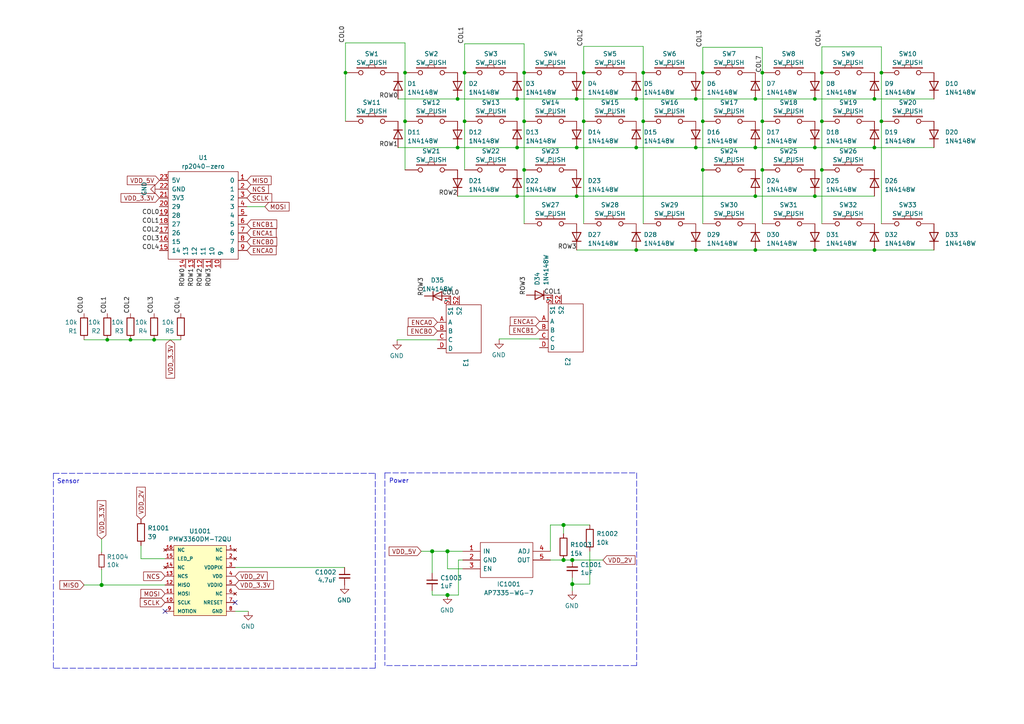
<source format=kicad_sch>
(kicad_sch (version 20230121) (generator eeschema)
  (paper "A4")
  (title_block (company "Keyboard Dweebs"))
  (lib_symbols
    (symbol "AP7331-WG-7:AP7331-WG-7" (pin_names (offset 0.762))
      (property "Reference" "IC" (at 21.59 7.62 0))
      (property "Value" "AP7331-WG-7" (at 21.59 5.08 0))
      (symbol "AP7331-WG-7_0_0"
        (pin passive line (at 0 0 0) (length 5.08) (name "IN") (number "1"))
        (pin passive line (at 0 -2.54 0) (length 5.08) (name "GND") (number "2"))
        (pin passive line (at 0 -5.08 0) (length 5.08) (name "EN") (number "3"))
        (pin passive line (at 25.4 0 180) (length 5.08) (name "ADJ") (number "4"))
        (pin passive line (at 25.4 -2.54 180) (length 5.08) (name "OUT") (number "5"))
      )
      (symbol "AP7331-WG-7_0_1"
        (polyline (pts (xy 5.08 2.54) (xy 20.32 2.54) (xy 20.32 -7.62) (xy 5.08 -7.62) (xy 5.08 2.54)) (stroke (width 0.1524)))
      )
    )
    (symbol "Device:C_Small" (pin_numbers hide) (pin_names (offset 0.254) hide)
      (property "Reference" "C" (at 0.254 1.778 0))
      (property "Value" "C_Small" (at 0.254 -2.032 0))
      (symbol "C_Small_0_1"
        (polyline (pts (xy -1.524 -0.508) (xy 1.524 -0.508)) (stroke (width 0.3302)))
        (polyline (pts (xy -1.524 0.508) (xy 1.524 0.508)) (stroke (width 0.3048)))
      )
      (symbol "C_Small_1_1"
        (pin passive line (at 0 2.54 270) (length 2.032) (name "~") (number "1"))
        (pin passive line (at 0 -2.54 90) (length 2.032) (name "~") (number "2"))
      )
    )
    (symbol "Device:R" (pin_numbers hide) (pin_names (offset 0))
      (property "Reference" "R" (at 2.032 0 90))
      (property "Value" "R" (at 0 0 90))
      (symbol "R_0_1"
        (rectangle (start -1.016 -2.54) (end 1.016 2.54) (stroke (width 0.254)))
      )
      (symbol "R_1_1"
        (pin passive line (at 0 3.81 270) (length 1.27) (name "~") (number "1"))
        (pin passive line (at 0 -3.81 90) (length 1.27) (name "~") (number "2"))
      )
    )
    (symbol "Device:R_Small" (pin_numbers hide) (pin_names (offset 0.254) hide)
      (property "Reference" "R" (at 0.762 0.508 0))
      (property "Value" "R_Small" (at 0.762 -1.016 0))
      (symbol "R_Small_0_1"
        (rectangle (start -0.762 1.778) (end 0.762 -1.778) (stroke (width 0.2032)))
      )
      (symbol "R_Small_1_1"
        (pin passive line (at 0 2.54 270) (length 0.762) (name "~") (number "1"))
        (pin passive line (at 0 -2.54 90) (length 0.762) (name "~") (number "2"))
      )
    )
    (symbol "Diode:1N4148W" (pin_numbers hide) (pin_names hide)
      (property "Reference" "D" (at 0 2.54 0))
      (property "Value" "1N4148W" (at 0 -2.54 0))
      (symbol "1N4148W_0_1"
        (polyline (pts (xy -1.27 1.27) (xy -1.27 -1.27)) (stroke (width 0.254)))
        (polyline (pts (xy 1.27 0) (xy -1.27 0)))
        (polyline (pts (xy 1.27 1.27) (xy 1.27 -1.27) (xy -1.27 0) (xy 1.27 1.27)) (stroke (width 0.254)))
      )
      (symbol "1N4148W_1_1"
        (pin passive line (at -3.81 0 0) (length 2.54) (name "K") (number "1"))
        (pin passive line (at 3.81 0 180) (length 2.54) (name "A") (number "2"))
      )
    )
    (symbol "kbd:SW_PUSH" (pin_numbers hide) (pin_names (offset 1.016) hide)
      (property "Reference" "SW" (at 3.81 2.794 0))
      (property "Value" "SW_PUSH" (at 0 -2.032 0))
      (symbol "SW_PUSH_0_1"
        (rectangle (start -4.318 1.27) (end 4.318 1.524))
        (polyline (pts (xy -1.016 1.524) (xy -0.762 2.286) (xy 0.762 2.286) (xy 1.016 1.524)))
        (pin passive inverted (at -7.62 0 0) (length 5.08) (name "1") (number "1"))
        (pin passive inverted (at 7.62 0 180) (length 5.08) (name "2") (number "2"))
      )
    )
    (symbol "mcu:rp2040-zero" (pin_names (offset 1.016))
      (property "Reference" "U" (at 0 15.24 0))
      (property "Value" "rp2040-zero" (at 0 12.7 0))
      (symbol "rp2040-zero_0_1"
        (rectangle (start -10.16 11.43) (end 10.16 -13.97))
      )
      (symbol "rp2040-zero_1_1"
        (pin bidirectional line (at 12.7 8.89 180) (length 2.54) (name "0") (number "1"))
        (pin bidirectional line (at 5.08 -16.51 90) (length 2.54) (name "9") (number "10"))
        (pin bidirectional line (at 2.54 -16.51 90) (length 2.54) (name "10") (number "11"))
        (pin bidirectional line (at 0 -16.51 90) (length 2.54) (name "11") (number "12"))
        (pin bidirectional line (at -2.54 -16.51 90) (length 2.54) (name "12") (number "13"))
        (pin bidirectional line (at -5.08 -16.51 90) (length 2.54) (name "13") (number "14"))
        (pin bidirectional line (at -12.7 -11.43 0) (length 2.54) (name "14") (number "15"))
        (pin bidirectional line (at -12.7 -8.89 0) (length 2.54) (name "15") (number "16"))
        (pin bidirectional line (at -12.7 -6.35 0) (length 2.54) (name "26") (number "17"))
        (pin bidirectional line (at -12.7 -3.81 0) (length 2.54) (name "27") (number "18"))
        (pin bidirectional line (at -12.7 -1.27 0) (length 2.54) (name "28") (number "19"))
        (pin bidirectional line (at 12.7 6.35 180) (length 2.54) (name "1") (number "2"))
        (pin bidirectional line (at -12.7 1.27 0) (length 2.54) (name "29") (number "20"))
        (pin power_out line (at -12.7 3.81 0) (length 2.54) (name "3V3") (number "21"))
        (pin power_out line (at -12.7 6.35 0) (length 2.54) (name "GND") (number "22"))
        (pin power_out line (at -12.7 8.89 0) (length 2.54) (name "5V") (number "23"))
        (pin bidirectional line (at 12.7 3.81 180) (length 2.54) (name "2") (number "3"))
        (pin bidirectional line (at 12.7 1.27 180) (length 2.54) (name "3") (number "4"))
        (pin bidirectional line (at 12.7 -1.27 180) (length 2.54) (name "4") (number "5"))
        (pin bidirectional line (at 12.7 -3.81 180) (length 2.54) (name "5") (number "6"))
        (pin bidirectional line (at 12.7 -6.35 180) (length 2.54) (name "6") (number "7"))
        (pin bidirectional line (at 12.7 -8.89 180) (length 2.54) (name "7") (number "8"))
        (pin bidirectional line (at 12.7 -11.43 180) (length 2.54) (name "8") (number "9"))
      )
    )
    (symbol "power:GND" (power) (pin_names (offset 0))
      (property "Value" "GND" (at 0 -3.81 0))
      (symbol "GND_0_1"
        (polyline (pts (xy 0 0) (xy 0 -1.27) (xy 1.27 -1.27) (xy 0 -2.54) (xy -1.27 -1.27) (xy 0 -1.27)))
      )
      (symbol "GND_1_1"
        (pin power_in line (at 0 0 270) (length 0) hide (name "GND") (number "1"))
      )
    )
    (symbol "sensor-rescue:PWM3360-pwm3360" (pin_names (offset 1.016))
      (property "Reference" "U4" (at 0 14.351 0))
      (property "Value" "PMW3360DM-T2QU" (at 0 12.0396 0))
      (symbol "PWM3360-pwm3360_0_1"
        (rectangle (start -7.62 10.16) (end 7.62 -10.16) (fill (type background)))
      )
      (symbol "PWM3360-pwm3360_1_1"
        (pin no_connect line (at -10.16 8.89 0) (length 2.54) (name "NC") (number "1"))
        (pin input line (at 10.16 -6.35 180) (length 2.54) (name "SCLK") (number "10"))
        (pin input line (at 10.16 -3.81 180) (length 2.54) (name "MOSI") (number "11"))
        (pin output line (at 10.16 -1.27 180) (length 2.54) (name "MISO") (number "12"))
        (pin input line (at 10.16 1.27 180) (length 2.54) (name "NCS") (number "13"))
        (pin no_connect line (at 10.16 3.81 180) (length 2.54) (name "NC") (number "14"))
        (pin input line (at 10.16 6.35 180) (length 2.54) (name "LED_P") (number "15"))
        (pin no_connect line (at 10.16 8.89 180) (length 2.54) (name "NC") (number "16"))
        (pin no_connect line (at -10.16 6.35 0) (length 2.54) (name "NC") (number "2"))
        (pin power_out line (at -10.16 3.81 0) (length 2.54) (name "VDDPIX") (number "3"))
        (pin power_in line (at -10.16 1.27 0) (length 2.54) (name "VDD") (number "4"))
        (pin power_in line (at -10.16 -1.27 0) (length 2.54) (name "VDDIO") (number "5"))
        (pin no_connect line (at -10.16 -3.81 0) (length 2.54) (name "NC") (number "6"))
        (pin input line (at -10.16 -6.35 0) (length 2.54) (name "NRESET") (number "7"))
        (pin power_in line (at -10.16 -8.89 0) (length 2.54) (name "GND") (number "8"))
        (pin output line (at 10.16 -8.89 180) (length 2.54) (name "MOTION") (number "9"))
      )
    )
    (symbol "switch:EVQWGD001"
      (property "Reference" "E" (at 7.62 0 0))
      (symbol "EVQWGD001_0_1"
        (rectangle (start 0 -1.27) (end 10.16 -15.24))
      )
      (symbol "EVQWGD001_1_1"
        (pin input line (at -2.54 -6.35 0) (length 2.54) (name "A") (number "A"))
        (pin input line (at -2.54 -8.89 0) (length 2.54) (name "B") (number "B"))
        (pin input line (at -2.54 -11.43 0) (length 2.54) (name "C") (number "C"))
        (pin input line (at -2.54 -13.97 0) (length 2.54) (name "D") (number "D"))
        (pin input line (at 1.27 1.27 270) (length 2.54) (name "S1") (number "S1"))
        (pin input line (at 3.81 1.27 270) (length 2.54) (name "S2") (number "S2"))
      )
    )
  )
  (junction (at 201.803 28.702))
  (junction (at 149.987 56.896))
  (junction (at 255.651 21.082))
  (junction (at 221.107 35.179))
  (junction (at 238.379 35.179))
  (junction (at 167.259 56.896))
  (junction (at 253.619 42.799))
  (junction (at 152.019 49.276))
  (junction (at 31.115 98.552))
  (junction (at 219.075 56.896))
  (junction (at 44.704 98.552))
  (junction (at 236.347 28.702))
  (junction (at 253.619 28.702))
  (junction (at 186.563 21.082))
  (junction (at 129.794 172.593) (diameter 1.016))
  (junction (at 238.379 21.082))
  (junction (at 219.075 28.702))
  (junction (at 184.531 72.517))
  (junction (at 201.803 72.517))
  (junction (at 219.075 72.517))
  (junction (at 236.347 42.799))
  (junction (at 219.075 42.799))
  (junction (at 221.107 49.276))
  (junction (at 163.449 162.433) (diameter 1.016))
  (junction (at 132.715 28.702))
  (junction (at 184.531 28.702))
  (junction (at 236.347 56.896))
  (junction (at 134.747 21.082))
  (junction (at 29.464 169.672) (diameter 1.016))
  (junction (at 125.349 159.893) (diameter 1.016))
  (junction (at 253.619 72.517))
  (junction (at 169.291 35.179))
  (junction (at 167.259 42.799))
  (junction (at 255.651 35.179))
  (junction (at 117.475 21.082))
  (junction (at 117.475 35.179))
  (junction (at 201.803 42.799))
  (junction (at 165.989 162.433) (diameter 1.016))
  (junction (at 165.989 169.418) (diameter 1.016))
  (junction (at 152.019 35.179))
  (junction (at 163.449 152.273) (diameter 1.016))
  (junction (at 203.835 49.276))
  (junction (at 236.347 72.517))
  (junction (at 37.846 98.552))
  (junction (at 149.987 42.799))
  (junction (at 184.531 42.799))
  (junction (at 132.715 42.799))
  (junction (at 203.835 21.082))
  (junction (at 152.019 21.082))
  (junction (at 203.835 35.179))
  (junction (at 100.203 21.082))
  (junction (at 221.107 21.082))
  (junction (at 129.794 159.893) (diameter 1.016))
  (junction (at 149.987 28.702))
  (junction (at 238.379 49.276))
  (junction (at 169.291 21.082))
  (junction (at 167.259 28.702))
  (junction (at 134.747 35.179))
  (junction (at 186.563 35.179))
  (no_connect (at 68.199 174.752))
  (no_connect (at 47.879 177.292))
  (wire (pts (xy 238.379 13.589) (xy 255.651 13.589)))
  (wire (pts (xy 167.259 28.702) (xy 184.531 28.702)))
  (wire (pts (xy 71.628 59.944) (xy 76.835 59.944)))
  (wire (pts (xy 221.107 13.716) (xy 221.107 21.082)))
  (wire (pts (xy 203.835 49.276) (xy 203.835 64.897)))
  (wire (pts (xy 221.107 49.276) (xy 221.107 64.897)))
  (wire (pts (xy 167.259 72.517) (xy 184.531 72.517)))
  (wire (pts (xy 152.019 49.276) (xy 152.019 64.897)))
  (wire (pts (xy 134.747 12.7) (xy 152.019 12.7)))
  (wire (pts (xy 125.349 159.893) (xy 125.349 166.243)))
  (wire (pts (xy 134.747 35.179) (xy 134.747 49.276)))
  (wire (pts (xy 238.379 21.082) (xy 238.379 13.589)))
  (wire (pts (xy 201.803 28.702) (xy 219.075 28.702)))
  (wire (pts (xy 132.715 42.799) (xy 149.987 42.799)))
  (wire (pts (xy 203.835 21.082) (xy 203.835 13.716)))
  (wire (pts (xy 253.619 42.799) (xy 270.891 42.799)))
  (wire (pts (xy 152.019 35.179) (xy 152.019 49.276)))
  (wire (pts (xy 203.835 21.082) (xy 203.835 35.179)))
  (wire (pts (xy 156.464 98.298) (xy 144.78 98.298)))
  (wire (pts (xy 221.107 35.179) (xy 221.107 49.276)))
  (wire (pts (xy 255.651 35.179) (xy 255.651 64.897)))
  (wire (pts (xy 24.384 169.672) (xy 29.464 169.672)))
  (wire (pts (xy 236.347 56.896) (xy 253.619 56.896)))
  (wire (pts (xy 68.199 164.592) (xy 99.949 164.592)))
  (wire (pts (xy 186.563 35.179) (xy 186.563 64.897)))
  (wire (pts (xy 117.475 35.179) (xy 117.475 49.276)))
  (wire (pts (xy 159.639 152.273) (xy 159.639 159.893)))
  (wire (pts (xy 115.189 98.552) (xy 115.189 98.806)))
  (wire (pts (xy 255.651 21.082) (xy 255.651 35.179)))
  (wire (pts (xy 125.349 172.593) (xy 125.349 171.323)))
  (wire (pts (xy 129.794 172.593) (xy 125.349 172.593)))
  (wire (pts (xy 132.969 162.433) (xy 132.969 172.593)))
  (wire (pts (xy 132.969 172.593) (xy 129.794 172.593)))
  (wire (pts (xy 134.239 162.433) (xy 132.969 162.433)))
  (wire (pts (xy 100.203 21.082) (xy 100.203 12.446)))
  (wire (pts (xy 100.203 21.082) (xy 100.203 35.179)))
  (wire (pts (xy 165.989 162.433) (xy 174.879 162.433)))
  (wire (pts (xy 149.987 42.799) (xy 167.259 42.799)))
  (wire (pts (xy 134.747 21.082) (xy 134.747 35.179)))
  (wire (pts (xy 132.715 56.896) (xy 149.987 56.896)))
  (wire (pts (xy 238.379 35.179) (xy 238.379 49.276)))
  (wire (pts (xy 167.259 42.799) (xy 184.531 42.799)))
  (wire (pts (xy 132.715 28.702) (xy 149.987 28.702)))
  (wire (pts (xy 152.019 21.082) (xy 152.019 35.179)))
  (wire (pts (xy 169.291 13.462) (xy 186.563 13.462)))
  (wire (pts (xy 255.651 13.589) (xy 255.651 21.082)))
  (wire (pts (xy 167.259 56.896) (xy 219.075 56.896)))
  (wire (pts (xy 144.78 98.298) (xy 144.78 98.552)))
  (wire (pts (xy 169.291 35.179) (xy 169.291 64.897)))
  (wire (pts (xy 184.531 42.799) (xy 201.803 42.799)))
  (wire (pts (xy 134.747 21.082) (xy 134.747 12.7)))
  (wire (pts (xy 31.115 98.552) (xy 37.846 98.552)))
  (wire (pts (xy 186.563 21.082) (xy 186.563 35.179)))
  (wire (pts (xy 29.464 165.227) (xy 29.464 169.672)))
  (wire (pts (xy 29.464 169.672) (xy 47.879 169.672)))
  (wire (pts (xy 117.475 12.446) (xy 117.475 21.082)))
  (wire (pts (xy 169.291 21.082) (xy 169.291 35.179)))
  (wire (pts (xy 163.449 152.273) (xy 163.449 154.813)))
  (wire (pts (xy 152.019 12.7) (xy 152.019 21.082)))
  (wire (pts (xy 184.531 72.517) (xy 201.803 72.517)))
  (wire (pts (xy 184.531 28.702) (xy 201.803 28.702)))
  (polyline (pts (xy 108.839 137.287) (xy 108.839 193.802)) (stroke (width 0) (type dash)))
  (polyline (pts (xy 15.494 137.287) (xy 108.839 137.287)) (stroke (width 0) (type dash)))
  (wire (pts (xy 203.835 35.179) (xy 203.835 49.276)))
  (wire (pts (xy 171.069 159.893) (xy 171.069 169.418)))
  (wire (pts (xy 171.069 169.418) (xy 165.989 169.418)))
  (wire (pts (xy 219.075 72.517) (xy 236.347 72.517)))
  (wire (pts (xy 117.475 21.082) (xy 117.475 35.179)))
  (wire (pts (xy 219.075 42.799) (xy 236.347 42.799)))
  (wire (pts (xy 100.203 12.446) (xy 117.475 12.446)))
  (wire (pts (xy 203.835 13.716) (xy 221.107 13.716)))
  (wire (pts (xy 37.846 98.552) (xy 44.704 98.552)))
  (wire (pts (xy 126.873 98.552) (xy 115.189 98.552)))
  (wire (pts (xy 149.987 56.896) (xy 167.259 56.896)))
  (polyline (pts (xy 111.633 137.16) (xy 111.633 193.04)) (stroke (width 0) (type dash)))
  (polyline (pts (xy 111.633 137.16) (xy 184.658 137.16)) (stroke (width 0) (type dash)))
  (polyline (pts (xy 184.658 137.16) (xy 184.658 193.04)) (stroke (width 0) (type dash)))
  (polyline (pts (xy 184.658 193.04) (xy 111.633 193.04)) (stroke (width 0) (type dash)))
  (wire (pts (xy 29.464 156.337) (xy 29.464 160.147)))
  (wire (pts (xy 169.291 21.082) (xy 169.291 13.462)))
  (wire (pts (xy 129.794 164.973) (xy 129.794 159.893)))
  (wire (pts (xy 134.239 164.973) (xy 129.794 164.973)))
  (wire (pts (xy 253.619 72.517) (xy 270.891 72.517)))
  (wire (pts (xy 68.199 177.292) (xy 72.009 177.292)))
  (wire (pts (xy 219.075 28.702) (xy 236.347 28.702)))
  (wire (pts (xy 159.639 152.273) (xy 163.449 152.273)))
  (wire (pts (xy 115.443 42.799) (xy 132.715 42.799)))
  (wire (pts (xy 159.639 162.433) (xy 163.449 162.433)))
  (wire (pts (xy 163.449 162.433) (xy 165.989 162.433)))
  (wire (pts (xy 221.107 21.082) (xy 221.107 35.179)))
  (wire (pts (xy 253.619 28.702) (xy 270.891 28.702)))
  (wire (pts (xy 236.347 28.702) (xy 253.619 28.702)))
  (wire (pts (xy 201.803 42.799) (xy 219.075 42.799)))
  (wire (pts (xy 149.987 28.702) (xy 167.259 28.702)))
  (wire (pts (xy 186.563 13.462) (xy 186.563 21.082)))
  (wire (pts (xy 238.379 21.082) (xy 238.379 35.179)))
  (wire (pts (xy 201.803 72.517) (xy 219.075 72.517)))
  (polyline (pts (xy 108.839 193.802) (xy 15.494 193.802)) (stroke (width 0) (type dash)))
  (wire (pts (xy 163.449 152.273) (xy 171.069 152.273)))
  (wire (pts (xy 236.347 72.517) (xy 253.619 72.517)))
  (wire (pts (xy 40.894 162.052) (xy 40.894 158.242)))
  (wire (pts (xy 47.879 162.052) (xy 40.894 162.052)))
  (wire (pts (xy 219.075 56.896) (xy 236.347 56.896)))
  (polyline (pts (xy 15.494 137.287) (xy 15.494 193.802)) (stroke (width 0) (type dash)))
  (wire (pts (xy 236.347 42.799) (xy 253.619 42.799)))
  (wire (pts (xy 44.704 98.552) (xy 52.451 98.552)))
  (wire (pts (xy 115.443 28.702) (xy 132.715 28.702)))
  (wire (pts (xy 24.384 98.552) (xy 31.115 98.552)))
  (wire (pts (xy 122.174 159.893) (xy 125.349 159.893)))
  (wire (pts (xy 125.349 159.893) (xy 129.794 159.893)))
  (wire (pts (xy 129.794 159.893) (xy 134.239 159.893)))
  (wire (pts (xy 165.989 167.513) (xy 165.989 169.418)))
  (wire (pts (xy 165.989 169.418) (xy 165.989 171.323)))
  (wire (pts (xy 238.379 49.276) (xy 238.379 64.897)))
  (text "Power" (at 118.618 140.335 0) (effects (font (size 1.27 1.27)) (justify right bottom)))
  (text "Sensor" (at 23.114 140.462 0) (effects (font (size 1.27 1.27)) (justify right bottom)))
  (label "COL2" (at 169.291 13.462 90))
  (label "ROW1" (at 56.388 77.724 270))
  (label "COL2" (at 37.846 90.932 90))
  (label "ROW2" (at 132.715 56.896 180))
  (label "COL3" (at 46.228 70.104 180))
  (label "COL1" (at 134.747 12.7 90))
  (label "ROW3" (at 123.063 85.852 90))
  (label "COL2" (at 46.228 67.564 180))
  (label "ROW1" (at 115.443 42.799 180))
  (label "ROW0" (at 115.443 28.702 180))
  (label "ROW3" (at 152.654 85.598 90))
  (label "ROW3" (at 167.259 72.517 180))
  (label "COL7" (at 221.107 21.082 90))
  (label "COL0" (at 133.223 85.852 180))
  (label "ROW2" (at 58.928 77.724 270))
  (label "COL1" (at 162.814 85.598 180))
  (label "COL0" (at 46.228 62.484 180))
  (label "COL4" (at 52.451 90.932 90))
  (label "COL0" (at 24.384 90.932 90))
  (label "ROW0" (at 53.848 77.724 270))
  (label "ROW3" (at 61.468 77.724 270))
  (label "COL4" (at 238.379 13.589 90))
  (label "COL3" (at 203.835 13.716 90))
  (label "COL1" (at 31.115 90.932 90))
  (label "COL0" (at 100.203 12.446 90))
  (label "COL4" (at 46.228 72.644 180))
  (label "COL3" (at 44.704 90.932 90))
  (label "COL1" (at 46.228 65.024 180))
  (global_label "VDD_3.3V" (shape input) (at 46.228 57.404 180) (property "Intersheetrefs" "${INTERSHEET_REFS}" (effects hide)))
  (global_label "ENCA1" (shape input) (at 156.464 93.218 180) (property "Intersheetrefs" "${INTERSHEET_REFS}" (effects hide)))
  (global_label "VDD_3.3V" (shape input) (at 29.464 156.337 90) (property "Intersheetrefs" "${INTERSHEET_REFS}" (effects hide)))
  (global_label "SCLK" (shape input) (at 47.879 174.752 180) (property "Intersheetrefs" "${INTERSHEET_REFS}" (effects hide)))
  (global_label "NCS" (shape input) (at 47.879 167.132 180) (property "Intersheetrefs" "${INTERSHEET_REFS}" (effects hide)))
  (global_label "ENCB1" (shape input) (at 156.464 95.758 180) (property "Intersheetrefs" "${INTERSHEET_REFS}" (effects hide)))
  (global_label "VDD_2V" (shape input) (at 174.879 162.433 0) (property "Intersheetrefs" "${INTERSHEET_REFS}" (effects hide)))
  (global_label "ENCA0" (shape input) (at 126.873 93.472 180) (property "Intersheetrefs" "${INTERSHEET_REFS}" (effects hide)))
  (global_label "VDD_3.3V" (shape input) (at 68.199 169.672 0) (property "Intersheetrefs" "${INTERSHEET_REFS}" (effects hide)))
  (global_label "ENCB0" (shape input) (at 126.873 96.012 180) (property "Intersheetrefs" "${INTERSHEET_REFS}" (effects hide)))
  (global_label "NCS" (shape input) (at 71.628 54.864 0) (property "Intersheetrefs" "${INTERSHEET_REFS}" (effects hide)))
  (global_label "ENCB1" (shape input) (at 71.628 65.024 0) (property "Intersheetrefs" "${INTERSHEET_REFS}" (effects hide)))
  (global_label "VDD_2V" (shape input) (at 68.199 167.132 0) (property "Intersheetrefs" "${INTERSHEET_REFS}" (effects hide)))
  (global_label "VDD_2V" (shape input) (at 40.894 150.622 90) (property "Intersheetrefs" "${INTERSHEET_REFS}" (effects hide)))
  (global_label "ENCA0" (shape input) (at 71.628 72.644 0) (property "Intersheetrefs" "${INTERSHEET_REFS}" (effects hide)))
  (global_label "MISO" (shape input) (at 24.384 169.672 180) (property "Intersheetrefs" "${INTERSHEET_REFS}" (effects hide)))
  (global_label "MOSI" (shape input) (at 47.879 172.212 180) (property "Intersheetrefs" "${INTERSHEET_REFS}" (effects hide)))
  (global_label "VDD_5V" (shape input) (at 122.174 159.893 180) (property "Intersheetrefs" "${INTERSHEET_REFS}" (effects hide)))
  (global_label "ENCB0" (shape input) (at 71.628 70.104 0) (property "Intersheetrefs" "${INTERSHEET_REFS}" (effects hide)))
  (global_label "MISO" (shape input) (at 71.628 52.324 0) (property "Intersheetrefs" "${INTERSHEET_REFS}" (effects hide)))
  (global_label "SCLK" (shape input) (at 71.628 57.404 0) (property "Intersheetrefs" "${INTERSHEET_REFS}" (effects hide)))
  (global_label "VDD_3.3V" (shape input) (at 49.403 98.552 270) (property "Intersheetrefs" "${INTERSHEET_REFS}" (effects hide)))
  (global_label "VDD_5V" (shape input) (at 46.228 52.324 180) (property "Intersheetrefs" "${INTERSHEET_REFS}" (effects hide)))
  (global_label "ENCA1" (shape input) (at 71.628 67.564 0) (property "Intersheetrefs" "${INTERSHEET_REFS}" (effects hide)))
  (global_label "MOSI" (shape input) (at 76.835 59.944 0) (property "Intersheetrefs" "${INTERSHEET_REFS}" (effects hide)))
  (symbol (lib_id "sensor-rescue:PWM3360-pwm3360") (at 58.039 168.402 0) (mirror y) (unit 1)
    (property "Reference" "U1001" (at 58.039 154.051 0))
    (property "Value" "PMW3360DM-T2QU" (at 58.039 156.3624 0))
    (property "Footprint" "local:DIP-16_W10.16mm" (effects hide))
  )
  (symbol (lib_id "Device:C_Small") (at 99.949 167.132 0) (mirror y) (unit 1)
    (property "Reference" "C1002" (at 97.6122 165.9636 0) (effects (justify left)))
    (property "Value" "4.7uF" (at 97.6122 168.275 0) (effects (justify left)))
    (property "Footprint" "local:C_0603_1608Metric" (effects hide))
    (property "LCSC" "C19666" (effects hide))
  )
  (symbol (lib_id "power:GND") (at 99.949 169.672 0) (mirror y) (unit 1)
    (property "Reference" "#PWR01001" (effects hide))
    (property "Value" "GND" (at 99.822 174.0662 0))
  )
  (symbol (lib_id "power:GND") (at 72.009 177.292 0) (mirror y) (unit 1)
    (property "Reference" "#PWR01004" (effects hide))
    (property "Value" "GND" (at 71.882 181.6862 0))
  )
  (symbol (lib_id "kbd:SW_PUSH") (at 142.367 35.179 0) (unit 1)
    (property "Reference" "SW13" (at 142.367 29.718 0))
    (property "Value" "SW_PUSH" (at 142.367 32.258 0))
    (property "Footprint" "PCM_Switch_Keyboard_Hotswap_Kailh:SW_Hotswap_Kailh_MX_1.00u" (effects hide))
  )
  (symbol (lib_id "Diode:1N4148W") (at 115.443 38.989 270) (unit 1)
    (property "Reference" "D11" (at 118.11 38.354 90) (effects (justify left)))
    (property "Value" "1N4148W" (at 118.11 40.894 90) (effects (justify left)))
    (property "Footprint" "Diode_SMD:D_SOD-123" (effects hide))
    (property "Datasheet" "https://www.vishay.com/docs/85748/1n4148w.pdf" (effects hide))
    (property "Sim.Device" "D" (effects hide))
    (property "Sim.Pins" "1=K 2=A" (effects hide))
  )
  (symbol (lib_id "Diode:1N4148W") (at 219.075 38.989 270) (unit 1)
    (property "Reference" "D17" (at 222.25 38.354 90) (effects (justify left)))
    (property "Value" "1N4148W" (at 222.25 40.894 90) (effects (justify left)))
    (property "Footprint" "Diode_SMD:D_SOD-123" (effects hide))
    (property "Datasheet" "https://www.vishay.com/docs/85748/1n4148w.pdf" (effects hide))
    (property "Sim.Device" "D" (effects hide))
    (property "Sim.Pins" "1=K 2=A" (effects hide))
  )
  (symbol (lib_id "power:GND") (at 115.189 98.806 0) (mirror y) (unit 1)
    (property "Reference" "#PWR02" (effects hide))
    (property "Value" "GND" (at 115.062 103.2002 0))
  )
  (symbol (lib_id "Diode:1N4148W") (at 236.347 24.892 90) (unit 1)
    (property "Reference" "D8" (at 239.522 24.257 90) (effects (justify right)))
    (property "Value" "1N4148W" (at 239.522 26.797 90) (effects (justify right)))
    (property "Footprint" "Diode_SMD:D_SOD-123" (effects hide))
    (property "Datasheet" "https://www.vishay.com/docs/85748/1n4148w.pdf" (effects hide))
    (property "Sim.Device" "D" (effects hide))
    (property "Sim.Pins" "1=K 2=A" (effects hide))
  )
  (symbol (lib_id "Diode:1N4148W") (at 219.075 53.086 270) (unit 1)
    (property "Reference" "D24" (at 222.25 52.451 90) (effects (justify left)))
    (property "Value" "1N4148W" (at 222.25 54.991 90) (effects (justify left)))
    (property "Footprint" "Diode_SMD:D_SOD-123" (effects hide))
    (property "Datasheet" "https://www.vishay.com/docs/85748/1n4148w.pdf" (effects hide))
    (property "Sim.Device" "D" (effects hide))
    (property "Sim.Pins" "1=K 2=A" (effects hide))
  )
  (symbol (lib_id "kbd:SW_PUSH") (at 176.911 35.179 0) (unit 1)
    (property "Reference" "SW15" (at 176.911 29.718 0))
    (property "Value" "SW_PUSH" (at 176.911 32.258 0))
    (property "Footprint" "PCM_Switch_Keyboard_Hotswap_Kailh:SW_Hotswap_Kailh_MX_1.00u" (effects hide))
  )
  (symbol (lib_id "kbd:SW_PUSH") (at 176.911 21.082 0) (unit 1)
    (property "Reference" "SW5" (at 176.911 15.621 0))
    (property "Value" "SW_PUSH" (at 176.911 18.161 0))
    (property "Footprint" "PCM_Switch_Keyboard_Hotswap_Kailh:SW_Hotswap_Kailh_MX_1.00u" (effects hide))
  )
  (symbol (lib_id "Diode:1N4148W") (at 167.259 68.707 90) (unit 1)
    (property "Reference" "D27" (at 170.434 68.072 90) (effects (justify right)))
    (property "Value" "1N4148W" (at 170.434 70.612 90) (effects (justify right)))
    (property "Footprint" "Diode_SMD:D_SOD-123" (effects hide))
    (property "Datasheet" "https://www.vishay.com/docs/85748/1n4148w.pdf" (effects hide))
    (property "Sim.Device" "D" (effects hide))
    (property "Sim.Pins" "1=K 2=A" (effects hide))
  )
  (symbol (lib_id "kbd:SW_PUSH") (at 211.455 21.082 0) (unit 1)
    (property "Reference" "SW7" (at 211.455 15.621 0))
    (property "Value" "SW_PUSH" (at 211.455 18.161 0))
    (property "Footprint" "PCM_Switch_Keyboard_Hotswap_Kailh:SW_Hotswap_Kailh_MX_1.00u" (effects hide))
  )
  (symbol (lib_id "Diode:1N4148W") (at 184.531 38.989 270) (unit 1)
    (property "Reference" "D15" (at 186.69 38.354 90) (effects (justify left)))
    (property "Value" "1N4148W" (at 186.69 40.894 90) (effects (justify left)))
    (property "Footprint" "Diode_SMD:D_SOD-123" (effects hide))
    (property "Datasheet" "https://www.vishay.com/docs/85748/1n4148w.pdf" (effects hide))
    (property "Sim.Device" "D" (effects hide))
    (property "Sim.Pins" "1=K 2=A" (effects hide))
  )
  (symbol (lib_id "kbd:SW_PUSH") (at 245.999 64.897 0) (unit 1)
    (property "Reference" "SW32" (at 245.999 59.436 0))
    (property "Value" "SW_PUSH" (at 245.999 61.976 0))
    (property "Footprint" "PCM_Switch_Keyboard_Hotswap_Kailh:SW_Hotswap_Kailh_MX_1.00u" (effects hide))
  )
  (symbol (lib_id "Diode:1N4148W") (at 253.619 53.086 270) (unit 1)
    (property "Reference" "D26" (at 256.54 52.451 90) (effects (justify left)))
    (property "Value" "1N4148W" (at 256.54 54.991 90) (effects (justify left)))
    (property "Footprint" "Diode_SMD:D_SOD-123" (effects hide))
    (property "Datasheet" "https://www.vishay.com/docs/85748/1n4148w.pdf" (effects hide))
    (property "Sim.Device" "D" (effects hide))
    (property "Sim.Pins" "1=K 2=A" (effects hide))
  )
  (symbol (lib_id "kbd:SW_PUSH") (at 176.911 64.897 0) (unit 1)
    (property "Reference" "SW28" (at 176.911 59.436 0))
    (property "Value" "SW_PUSH" (at 176.911 61.976 0))
    (property "Footprint" "PCM_Switch_Keyboard_Hotswap_Kailh:SW_Hotswap_Kailh_MX_1.00u" (effects hide))
  )
  (symbol (lib_id "Diode:1N4148W") (at 132.715 24.892 90) (unit 1)
    (property "Reference" "D2" (at 135.89 24.257 90) (effects (justify right)))
    (property "Value" "1N4148W" (at 135.89 26.797 90) (effects (justify right)))
    (property "Footprint" "Diode_SMD:D_SOD-123" (effects hide))
    (property "Datasheet" "https://www.vishay.com/docs/85748/1n4148w.pdf" (effects hide))
    (property "Sim.Device" "D" (effects hide))
    (property "Sim.Pins" "1=K 2=A" (effects hide))
  )
  (symbol (lib_id "Device:C_Small") (at 165.989 164.973 0) (unit 1)
    (property "Reference" "C1001" (at 168.3258 163.8046 0) (effects (justify left)))
    (property "Value" "1uF" (at 168.326 166.116 0) (effects (justify left)))
    (property "Footprint" "local:C_0603_1608Metric" (effects hide))
    (property "LCSC" "C15849" (effects hide))
  )
  (symbol (lib_id "Diode:1N4148W") (at 219.075 68.707 270) (unit 1)
    (property "Reference" "D30" (at 222.25 68.072 90) (effects (justify left)))
    (property "Value" "1N4148W" (at 222.25 70.612 90) (effects (justify left)))
    (property "Footprint" "Diode_SMD:D_SOD-123" (effects hide))
    (property "Datasheet" "https://www.vishay.com/docs/85748/1n4148w.pdf" (effects hide))
    (property "Sim.Device" "D" (effects hide))
    (property "Sim.Pins" "1=K 2=A" (effects hide))
  )
  (symbol (lib_id "kbd:SW_PUSH") (at 142.367 21.082 0) (unit 1)
    (property "Reference" "SW3" (at 142.367 15.621 0))
    (property "Value" "SW_PUSH" (at 142.367 18.161 0))
    (property "Footprint" "PCM_Switch_Keyboard_Hotswap_Kailh:SW_Hotswap_Kailh_MX_1.00u" (effects hide))
  )
  (symbol (lib_id "power:GND") (at 165.989 171.323 0) (mirror y) (unit 1)
    (property "Reference" "#PWR01002" (effects hide))
    (property "Value" "GND" (at 165.862 175.7172 0))
  )
  (symbol (lib_id "Diode:1N4148W") (at 236.347 68.707 90) (unit 1)
    (property "Reference" "D31" (at 239.522 68.072 90) (effects (justify right)))
    (property "Value" "1N4148W" (at 239.522 70.612 90) (effects (justify right)))
    (property "Footprint" "Diode_SMD:D_SOD-123" (effects hide))
    (property "Datasheet" "https://www.vishay.com/docs/85748/1n4148w.pdf" (effects hide))
    (property "Sim.Device" "D" (effects hide))
    (property "Sim.Pins" "1=K 2=A" (effects hide))
  )
  (symbol (lib_id "Diode:1N4148W") (at 149.987 53.086 270) (unit 1)
    (property "Reference" "D22" (at 152.4 52.451 90) (effects (justify left)))
    (property "Value" "1N4148W" (at 152.4 54.991 90) (effects (justify left)))
    (property "Footprint" "Diode_SMD:D_SOD-123" (effects hide))
    (property "Datasheet" "https://www.vishay.com/docs/85748/1n4148w.pdf" (effects hide))
    (property "Sim.Device" "D" (effects hide))
    (property "Sim.Pins" "1=K 2=A" (effects hide))
  )
  (symbol (lib_id "kbd:SW_PUSH") (at 194.183 21.082 0) (unit 1)
    (property "Reference" "SW6" (at 194.183 15.621 0))
    (property "Value" "SW_PUSH" (at 194.183 18.161 0))
    (property "Footprint" "PCM_Switch_Keyboard_Hotswap_Kailh:SW_Hotswap_Kailh_MX_1.00u" (effects hide))
  )
  (symbol (lib_id "Device:C_Small") (at 125.349 168.783 0) (unit 1)
    (property "Reference" "C1003" (at 127.6858 167.6146 0) (effects (justify left)))
    (property "Value" "1uF" (at 127.6858 169.926 0) (effects (justify left)))
    (property "Footprint" "local:C_0603_1608Metric" (effects hide))
    (property "LCSC" "C15849" (effects hide))
  )
  (symbol (lib_id "kbd:SW_PUSH") (at 159.639 49.276 0) (unit 1)
    (property "Reference" "SW23" (at 159.639 43.815 0))
    (property "Value" "SW_PUSH" (at 159.639 46.355 0))
    (property "Footprint" "PCM_Switch_Keyboard_Hotswap_Kailh:SW_Hotswap_Kailh_MX_1.00u" (effects hide))
  )
  (symbol (lib_id "Diode:1N4148W") (at 253.619 38.989 270) (unit 1)
    (property "Reference" "D19" (at 256.54 38.354 90) (effects (justify left)))
    (property "Value" "1N4148W" (at 256.54 40.894 90) (effects (justify left)))
    (property "Footprint" "Diode_SMD:D_SOD-123" (effects hide))
    (property "Datasheet" "https://www.vishay.com/docs/85748/1n4148w.pdf" (effects hide))
    (property "Sim.Device" "D" (effects hide))
    (property "Sim.Pins" "1=K 2=A" (effects hide))
  )
  (symbol (lib_id "kbd:SW_PUSH") (at 159.639 35.179 0) (unit 1)
    (property "Reference" "SW14" (at 159.639 29.718 0))
    (property "Value" "SW_PUSH" (at 159.639 32.258 0))
    (property "Footprint" "PCM_Switch_Keyboard_Hotswap_Kailh:SW_Hotswap_Kailh_MX_1.00u" (effects hide))
  )
  (symbol (lib_id "kbd:SW_PUSH") (at 263.271 21.082 0) (unit 1)
    (property "Reference" "SW10" (at 263.271 15.621 0))
    (property "Value" "SW_PUSH" (at 263.271 18.161 0))
    (property "Footprint" "PCM_Switch_Keyboard_Hotswap_Kailh:SW_Hotswap_Kailh_MX_1.00u" (effects hide))
  )
  (symbol (lib_id "kbd:SW_PUSH") (at 228.727 21.082 0) (unit 1)
    (property "Reference" "SW8" (at 228.727 15.621 0))
    (property "Value" "SW_PUSH" (at 228.727 18.161 0))
    (property "Footprint" "PCM_Switch_Keyboard_Hotswap_Kailh:SW_Hotswap_Kailh_MX_1.00u" (effects hide))
  )
  (symbol (lib_id "Diode:1N4148W") (at 253.619 68.707 270) (unit 1)
    (property "Reference" "D32" (at 256.54 68.072 90) (effects (justify left)))
    (property "Value" "1N4148W" (at 256.54 70.612 90) (effects (justify left)))
    (property "Footprint" "Diode_SMD:D_SOD-123" (effects hide))
    (property "Datasheet" "https://www.vishay.com/docs/85748/1n4148w.pdf" (effects hide))
    (property "Sim.Device" "D" (effects hide))
    (property "Sim.Pins" "1=K 2=A" (effects hide))
  )
  (symbol (lib_id "Diode:1N4148W") (at 149.987 24.892 270) (unit 1)
    (property "Reference" "D3" (at 152.4 24.257 90) (effects (justify left)))
    (property "Value" "1N4148W" (at 152.4 26.797 90) (effects (justify left)))
    (property "Footprint" "Diode_SMD:D_SOD-123" (effects hide))
    (property "Datasheet" "https://www.vishay.com/docs/85748/1n4148w.pdf" (effects hide))
    (property "Sim.Device" "D" (effects hide))
    (property "Sim.Pins" "1=K 2=A" (effects hide))
  )
  (symbol (lib_id "Diode:1N4148W") (at 236.347 53.086 90) (unit 1)
    (property "Reference" "D25" (at 239.522 52.451 90) (effects (justify right)))
    (property "Value" "1N4148W" (at 239.522 54.991 90) (effects (justify right)))
    (property "Footprint" "Diode_SMD:D_SOD-123" (effects hide))
    (property "Datasheet" "https://www.vishay.com/docs/85748/1n4148w.pdf" (effects hide))
    (property "Sim.Device" "D" (effects hide))
    (property "Sim.Pins" "1=K 2=A" (effects hide))
  )
  (symbol (lib_id "Diode:1N4148W") (at 184.531 68.707 270) (unit 1)
    (property "Reference" "D28" (at 186.69 68.072 90) (effects (justify left)))
    (property "Value" "1N4148W" (at 186.69 70.612 90) (effects (justify left)))
    (property "Footprint" "Diode_SMD:D_SOD-123" (effects hide))
    (property "Datasheet" "https://www.vishay.com/docs/85748/1n4148w.pdf" (effects hide))
    (property "Sim.Device" "D" (effects hide))
    (property "Sim.Pins" "1=K 2=A" (effects hide))
  )
  (symbol (lib_id "Device:R") (at 24.384 94.742 180) (unit 1)
    (property "Reference" "R1" (at 22.479 96.012 0) (effects (justify left)))
    (property "Value" "10k" (at 22.479 93.472 0) (effects (justify left)))
    (property "Footprint" "local:R_0603_1608Metric" (effects hide))
    (property "LCSC" "C25804" (effects hide))
  )
  (symbol (lib_id "Diode:1N4148W") (at 132.715 38.989 90) (unit 1)
    (property "Reference" "D12" (at 135.89 38.354 90) (effects (justify right)))
    (property "Value" "1N4148W" (at 135.89 40.894 90) (effects (justify right)))
    (property "Footprint" "Diode_SMD:D_SOD-123" (effects hide))
    (property "Datasheet" "https://www.vishay.com/docs/85748/1n4148w.pdf" (effects hide))
    (property "Sim.Device" "D" (effects hide))
    (property "Sim.Pins" "1=K 2=A" (effects hide))
  )
  (symbol (lib_id "kbd:SW_PUSH") (at 125.095 35.179 0) (unit 1)
    (property "Reference" "SW12" (at 125.095 29.718 0))
    (property "Value" "SW_PUSH" (at 125.095 32.258 0))
    (property "Footprint" "PCM_Switch_Keyboard_Hotswap_Kailh:SW_Hotswap_Kailh_MX_1.00u" (effects hide))
  )
  (symbol (lib_id "Device:R") (at 171.069 156.083 0) (unit 1)
    (property "Reference" "R1002" (at 172.974 154.813 0) (effects (justify left)))
    (property "Value" "10k" (at 172.974 157.353 0) (effects (justify left)))
    (property "Footprint" "local:R_0603_1608Metric" (effects hide))
    (property "LCSC" "C25804" (effects hide))
  )
  (symbol (lib_id "kbd:SW_PUSH") (at 211.455 35.179 0) (unit 1)
    (property "Reference" "SW17" (at 211.455 29.718 0))
    (property "Value" "SW_PUSH" (at 211.455 32.258 0))
    (property "Footprint" "PCM_Switch_Keyboard_Hotswap_Kailh:SW_Hotswap_Kailh_MX_1.00u" (effects hide))
  )
  (symbol (lib_id "Diode:1N4148W") (at 126.873 85.852 0) (unit 1)
    (property "Reference" "D35" (at 126.873 81.28 0))
    (property "Value" "1N4148W" (at 126.873 83.82 0))
    (property "Footprint" "Diode_SMD:D_SOD-123" (effects hide))
    (property "Datasheet" "https://www.vishay.com/docs/85748/1n4148w.pdf" (effects hide))
    (property "Sim.Device" "D" (effects hide))
    (property "Sim.Pins" "1=K 2=A" (effects hide))
  )
  (symbol (lib_id "Diode:1N4148W") (at 270.891 68.707 90) (unit 1)
    (property "Reference" "D33" (at 274.066 68.072 90) (effects (justify right)))
    (property "Value" "1N4148W" (at 274.066 70.612 90) (effects (justify right)))
    (property "Footprint" "Diode_SMD:D_SOD-123" (effects hide))
    (property "Datasheet" "https://www.vishay.com/docs/85748/1n4148w.pdf" (effects hide))
    (property "Sim.Device" "D" (effects hide))
    (property "Sim.Pins" "1=K 2=A" (effects hide))
  )
  (symbol (lib_id "kbd:SW_PUSH") (at 211.455 64.897 0) (unit 1)
    (property "Reference" "SW30" (at 211.455 59.436 0))
    (property "Value" "SW_PUSH" (at 211.455 61.976 0))
    (property "Footprint" "PCM_Switch_Keyboard_Hotswap_Kailh:SW_Hotswap_Kailh_MX_1.00u" (effects hide))
  )
  (symbol (lib_id "power:GND") (at 144.78 98.552 0) (mirror y) (unit 1)
    (property "Reference" "#PWR03" (effects hide))
    (property "Value" "GND" (at 144.653 102.9462 0))
  )
  (symbol (lib_id "kbd:SW_PUSH") (at 263.271 64.897 0) (unit 1)
    (property "Reference" "SW33" (at 263.271 59.436 0))
    (property "Value" "SW_PUSH" (at 263.271 61.976 0))
    (property "Footprint" "PCM_Switch_Keyboard_Hotswap_Kailh:SW_Hotswap_Kailh_MX_1.00u" (effects hide))
  )
  (symbol (lib_id "kbd:SW_PUSH") (at 228.727 49.276 0) (unit 1)
    (property "Reference" "SW25" (at 228.727 43.815 0))
    (property "Value" "SW_PUSH" (at 228.727 46.355 0))
    (property "Footprint" "PCM_Switch_Keyboard_Hotswap_Kailh:SW_Hotswap_Kailh_MX_1.00u" (effects hide))
  )
  (symbol (lib_id "Diode:1N4148W") (at 132.715 53.086 90) (unit 1)
    (property "Reference" "D21" (at 135.89 52.451 90) (effects (justify right)))
    (property "Value" "1N4148W" (at 135.89 54.991 90) (effects (justify right)))
    (property "Footprint" "Diode_SMD:D_SOD-123" (effects hide))
    (property "Datasheet" "https://www.vishay.com/docs/85748/1n4148w.pdf" (effects hide))
    (property "Sim.Device" "D" (effects hide))
    (property "Sim.Pins" "1=K 2=A" (effects hide))
  )
  (symbol (lib_id "Diode:1N4148W") (at 167.259 38.989 90) (unit 1)
    (property "Reference" "D14" (at 170.434 38.354 90) (effects (justify right)))
    (property "Value" "1N4148W" (at 170.434 40.894 90) (effects (justify right)))
    (property "Footprint" "Diode_SMD:D_SOD-123" (effects hide))
    (property "Datasheet" "https://www.vishay.com/docs/85748/1n4148w.pdf" (effects hide))
    (property "Sim.Device" "D" (effects hide))
    (property "Sim.Pins" "1=K 2=A" (effects hide))
  )
  (symbol (lib_id "Device:R") (at 163.449 158.623 0) (unit 1)
    (property "Reference" "R1003" (at 165.354 157.988 0) (effects (justify left)))
    (property "Value" "15k" (at 165.354 160.528 0) (effects (justify left)))
    (property "Footprint" "local:R_0603_1608Metric" (effects hide))
    (property "LCSC" "C22809" (effects hide))
  )
  (symbol (lib_id "kbd:SW_PUSH") (at 159.639 21.082 0) (unit 1)
    (property "Reference" "SW4" (at 159.639 15.621 0))
    (property "Value" "SW_PUSH" (at 159.639 18.161 0))
    (property "Footprint" "PCM_Switch_Keyboard_Hotswap_Kailh:SW_Hotswap_Kailh_MX_1.00u" (effects hide))
  )
  (symbol (lib_id "kbd:SW_PUSH") (at 125.095 21.082 0) (unit 1)
    (property "Reference" "SW2" (at 125.095 15.621 0))
    (property "Value" "SW_PUSH" (at 125.095 18.161 0))
    (property "Footprint" "PCM_Switch_Keyboard_Hotswap_Kailh:SW_Hotswap_Kailh_MX_1.00u" (effects hide))
  )
  (symbol (lib_id "Device:R") (at 44.704 94.742 180) (unit 1)
    (property "Reference" "R4" (at 42.799 96.012 0) (effects (justify left)))
    (property "Value" "10k" (at 42.799 93.472 0) (effects (justify left)))
    (property "Footprint" "local:R_0603_1608Metric" (effects hide))
    (property "LCSC" "C25804" (effects hide))
  )
  (symbol (lib_id "power:GND") (at 46.228 54.864 270) (mirror x) (unit 1)
    (property "Reference" "#PWR01" (effects hide))
    (property "Value" "GND" (at 41.8338 54.737 0))
  )
  (symbol (lib_id "Diode:1N4148W") (at 167.259 24.892 90) (unit 1)
    (property "Reference" "D4" (at 170.434 24.257 90) (effects (justify right)))
    (property "Value" "1N4148W" (at 170.434 26.797 90) (effects (justify right)))
    (property "Footprint" "Diode_SMD:D_SOD-123" (effects hide))
    (property "Datasheet" "https://www.vishay.com/docs/85748/1n4148w.pdf" (effects hide))
    (property "Sim.Device" "D" (effects hide))
    (property "Sim.Pins" "1=K 2=A" (effects hide))
  )
  (symbol (lib_id "Device:R") (at 37.846 94.742 180) (unit 1)
    (property "Reference" "R3" (at 35.941 96.012 0) (effects (justify left)))
    (property "Value" "10k" (at 35.941 93.472 0) (effects (justify left)))
    (property "Footprint" "local:R_0603_1608Metric" (effects hide))
    (property "LCSC" "C25804" (effects hide))
  )
  (symbol (lib_id "kbd:SW_PUSH") (at 211.455 49.276 0) (unit 1)
    (property "Reference" "SW24" (at 211.455 43.815 0))
    (property "Value" "SW_PUSH" (at 211.455 46.355 0))
    (property "Footprint" "PCM_Switch_Keyboard_Hotswap_Kailh:SW_Hotswap_Kailh_MX_1.00u" (effects hide))
  )
  (symbol (lib_id "switch:EVQWGD001") (at 129.413 87.122 0) (unit 1)
    (property "Reference" "E1" (at 135.128 103.886 90) (effects (justify right)))
    (property "Value" "~" (at 129.413 87.122 0))
    (property "Footprint" "switch:EVQWGD001" (effects hide))
  )
  (symbol (lib_id "Diode:1N4148W") (at 115.443 24.892 270) (unit 1)
    (property "Reference" "D1" (at 118.11 24.257 90) (effects (justify left)))
    (property "Value" "1N4148W" (at 118.11 26.797 90) (effects (justify left)))
    (property "Footprint" "Diode_SMD:D_SOD-123" (effects hide))
    (property "Datasheet" "https://www.vishay.com/docs/85748/1n4148w.pdf" (effects hide))
    (property "Sim.Device" "D" (effects hide))
    (property "Sim.Pins" "1=K 2=A" (effects hide))
  )
  (symbol (lib_id "Device:R") (at 40.894 154.432 0) (unit 1)
    (property "Reference" "R1001" (at 42.799 153.162 0) (effects (justify left)))
    (property "Value" "39" (at 42.799 155.702 0) (effects (justify left)))
    (property "Footprint" "local:R_0603_1608Metric" (effects hide))
    (property "LCSC" "C23154" (effects hide))
  )
  (symbol (lib_id "Diode:1N4148W") (at 184.531 24.892 270) (unit 1)
    (property "Reference" "D5" (at 186.69 24.257 90) (effects (justify left)))
    (property "Value" "1N4148W" (at 186.69 26.797 90) (effects (justify left)))
    (property "Footprint" "Diode_SMD:D_SOD-123" (effects hide))
    (property "Datasheet" "https://www.vishay.com/docs/85748/1n4148w.pdf" (effects hide))
    (property "Sim.Device" "D" (effects hide))
    (property "Sim.Pins" "1=K 2=A" (effects hide))
  )
  (symbol (lib_id "kbd:SW_PUSH") (at 142.367 49.276 0) (unit 1)
    (property "Reference" "SW22" (at 142.367 43.815 0))
    (property "Value" "SW_PUSH" (at 142.367 46.355 0))
    (property "Footprint" "PCM_Switch_Keyboard_Hotswap_Kailh:SW_Hotswap_Kailh_MX_1.00u" (effects hide))
  )
  (symbol (lib_id "kbd:SW_PUSH") (at 263.271 35.179 0) (unit 1)
    (property "Reference" "SW20" (at 263.271 29.718 0))
    (property "Value" "SW_PUSH" (at 263.271 32.258 0))
    (property "Footprint" "PCM_Switch_Keyboard_Hotswap_Kailh:SW_Hotswap_Kailh_MX_1.00u" (effects hide))
  )
  (symbol (lib_id "mcu:rp2040-zero") (at 58.928 61.214 0) (unit 1)
    (property "Reference" "U1" (at 58.928 45.72 0))
    (property "Value" "rp2040-zero" (at 58.928 48.26 0))
    (property "Footprint" "mcu:rp2040-zero-tht-nocut-largerpads" (effects hide))
  )
  (symbol (lib_id "Diode:1N4148W") (at 253.619 24.892 270) (unit 1)
    (property "Reference" "D9" (at 256.54 24.257 90) (effects (justify left)))
    (property "Value" "1N4148W" (at 256.54 26.797 90) (effects (justify left)))
    (property "Footprint" "Diode_SMD:D_SOD-123" (effects hide))
    (property "Datasheet" "https://www.vishay.com/docs/85748/1n4148w.pdf" (effects hide))
    (property "Sim.Device" "D" (effects hide))
    (property "Sim.Pins" "1=K 2=A" (effects hide))
  )
  (symbol (lib_id "kbd:SW_PUSH") (at 194.183 35.179 0) (unit 1)
    (property "Reference" "SW16" (at 194.183 29.718 0))
    (property "Value" "SW_PUSH" (at 194.183 32.258 0))
    (property "Footprint" "PCM_Switch_Keyboard_Hotswap_Kailh:SW_Hotswap_Kailh_MX_1.00u" (effects hide))
  )
  (symbol (lib_id "power:GND") (at 129.794 172.593 0) (mirror y) (unit 1)
    (property "Reference" "#PWR01003" (effects hide))
    (property "Value" "GND" (at 129.667 176.9872 0))
  )
  (symbol (lib_id "Device:R") (at 31.115 94.742 180) (unit 1)
    (property "Reference" "R2" (at 29.21 96.012 0) (effects (justify left)))
    (property "Value" "10k" (at 29.21 93.472 0) (effects (justify left)))
    (property "Footprint" "local:R_0603_1608Metric" (effects hide))
    (property "LCSC" "C25804" (effects hide))
  )
  (symbol (lib_id "kbd:SW_PUSH") (at 159.639 64.897 0) (unit 1)
    (property "Reference" "SW27" (at 159.639 59.436 0))
    (property "Value" "SW_PUSH" (at 159.639 61.976 0))
    (property "Footprint" "PCM_Switch_Keyboard_Hotswap_Kailh:SW_Hotswap_Kailh_MX_1.00u" (effects hide))
  )
  (symbol (lib_id "kbd:SW_PUSH") (at 107.823 21.082 0) (unit 1)
    (property "Reference" "SW1" (at 107.823 15.621 0))
    (property "Value" "SW_PUSH" (at 107.823 18.161 0))
    (property "Footprint" "PCM_Switch_Keyboard_Hotswap_Kailh:SW_Hotswap_Kailh_MX_1.00u" (effects hide))
  )
  (symbol (lib_id "Diode:1N4148W") (at 270.891 38.989 90) (unit 1)
    (property "Reference" "D20" (at 274.066 38.354 90) (effects (justify right)))
    (property "Value" "1N4148W" (at 274.066 40.894 90) (effects (justify right)))
    (property "Footprint" "Diode_SMD:D_SOD-123" (effects hide))
    (property "Datasheet" "https://www.vishay.com/docs/85748/1n4148w.pdf" (effects hide))
    (property "Sim.Device" "D" (effects hide))
    (property "Sim.Pins" "1=K 2=A" (effects hide))
  )
  (symbol (lib_id "Diode:1N4148W") (at 156.464 85.598 180) (unit 1)
    (property "Reference" "D34" (at 155.829 82.804 90) (effects (justify right)))
    (property "Value" "1N4148W" (at 158.369 82.804 90) (effects (justify right)))
    (property "Footprint" "Diode_SMD:D_SOD-123" (effects hide))
    (property "Datasheet" "https://www.vishay.com/docs/85748/1n4148w.pdf" (effects hide))
    (property "Sim.Device" "D" (effects hide))
    (property "Sim.Pins" "1=K 2=A" (effects hide))
  )
  (symbol (lib_id "AP7331-WG-7:AP7331-WG-7") (at 134.239 159.893 0) (unit 1)
    (property "Reference" "IC1001" (at 147.574 169.418 0))
    (property "Value" "AP7335-WG-7" (at 147.574 171.958 0))
    (property "Footprint" "Package_TO_SOT_SMD:SOT-23-5_HandSoldering" (effects hide))
    (property "Datasheet" "http://uk.rs-online.com/web/p/products/7513083" (effects hide))
    (property "Description" "LDO Voltage Regulators LDO SOT-25 ADJUSTABLE 300MA" (effects hide))
    (property "Height" "1.45" (effects hide))
    (property "Manufacturer_Name" "Diodes Inc." (effects hide))
    (property "Manufacturer_Part_Number" "AP7331-WG-7" (effects hide))
    (property "Mouser Part Number" "621-AP7331-WG-7" (effects hide))
    (property "Mouser Price/Stock" "https://www.mouser.co.uk/ProductDetail/Diodes-Incorporated/AP7331-WG-7?qs=vIZ3oKQCLxr9PiNSCoXN%2FQ%3D%3D" (effects hide))
    (property "Arrow Part Number" "AP7331-WG-7" (effects hide))
    (property "Arrow Price/Stock" "https://www.arrow.com/en/products/ap7331-wg-7/diodes-incorporated?region=nac" (effects hide))
    (property "LCSC" "C460382" (effects hide))
  )
  (symbol (lib_id "Diode:1N4148W") (at 201.803 68.707 90) (unit 1)
    (property "Reference" "D29" (at 204.978 68.072 90) (effects (justify right)))
    (property "Value" "1N4148W" (at 204.978 70.612 90) (effects (justify right)))
    (property "Footprint" "Diode_SMD:D_SOD-123" (effects hide))
    (property "Datasheet" "https://www.vishay.com/docs/85748/1n4148w.pdf" (effects hide))
    (property "Sim.Device" "D" (effects hide))
    (property "Sim.Pins" "1=K 2=A" (effects hide))
  )
  (symbol (lib_id "kbd:SW_PUSH") (at 245.999 49.276 0) (unit 1)
    (property "Reference" "SW26" (at 245.999 43.815 0))
    (property "Value" "SW_PUSH" (at 245.999 46.355 0))
    (property "Footprint" "PCM_Switch_Keyboard_Hotswap_Kailh:SW_Hotswap_Kailh_MX_1.00u" (effects hide))
  )
  (symbol (lib_id "switch:EVQWGD001") (at 159.004 86.868 0) (unit 1)
    (property "Reference" "E2" (at 164.719 103.632 90) (effects (justify right)))
    (property "Value" "~" (at 159.004 86.868 0))
    (property "Footprint" "switch:EVQWGD001" (effects hide))
  )
  (symbol (lib_id "kbd:SW_PUSH") (at 194.183 64.897 0) (unit 1)
    (property "Reference" "SW29" (at 194.183 59.436 0))
    (property "Value" "SW_PUSH" (at 194.183 61.976 0))
    (property "Footprint" "PCM_Switch_Keyboard_Hotswap_Kailh:SW_Hotswap_Kailh_MX_1.00u" (effects hide))
  )
  (symbol (lib_id "Diode:1N4148W") (at 201.803 24.892 90) (unit 1)
    (property "Reference" "D6" (at 204.978 24.257 90) (effects (justify right)))
    (property "Value" "1N4148W" (at 204.978 26.797 90) (effects (justify right)))
    (property "Footprint" "Diode_SMD:D_SOD-123" (effects hide))
    (property "Datasheet" "https://www.vishay.com/docs/85748/1n4148w.pdf" (effects hide))
    (property "Sim.Device" "D" (effects hide))
    (property "Sim.Pins" "1=K 2=A" (effects hide))
  )
  (symbol (lib_id "kbd:SW_PUSH") (at 125.095 49.276 0) (unit 1)
    (property "Reference" "SW21" (at 125.095 43.815 0))
    (property "Value" "SW_PUSH" (at 125.095 46.355 0))
    (property "Footprint" "PCM_Switch_Keyboard_Hotswap_Kailh:SW_Hotswap_Kailh_MX_1.00u" (effects hide))
  )
  (symbol (lib_id "kbd:SW_PUSH") (at 245.999 21.082 0) (unit 1)
    (property "Reference" "SW9" (at 245.999 15.621 0))
    (property "Value" "SW_PUSH" (at 245.999 18.161 0))
    (property "Footprint" "PCM_Switch_Keyboard_Hotswap_Kailh:SW_Hotswap_Kailh_MX_1.00u" (effects hide))
  )
  (symbol (lib_id "Diode:1N4148W") (at 236.347 38.989 90) (unit 1)
    (property "Reference" "D18" (at 239.522 38.354 90) (effects (justify right)))
    (property "Value" "1N4148W" (at 239.522 40.894 90) (effects (justify right)))
    (property "Footprint" "Diode_SMD:D_SOD-123" (effects hide))
    (property "Datasheet" "https://www.vishay.com/docs/85748/1n4148w.pdf" (effects hide))
    (property "Sim.Device" "D" (effects hide))
    (property "Sim.Pins" "1=K 2=A" (effects hide))
  )
  (symbol (lib_id "Device:R") (at 52.451 94.742 180) (unit 1)
    (property "Reference" "R5" (at 50.546 96.012 0) (effects (justify left)))
    (property "Value" "10k" (at 50.546 93.472 0) (effects (justify left)))
    (property "Footprint" "local:R_0603_1608Metric" (effects hide))
    (property "LCSC" "C25804" (effects hide))
  )
  (symbol (lib_id "kbd:SW_PUSH") (at 107.823 35.179 0) (unit 1)
    (property "Reference" "SW11" (at 107.823 29.718 0))
    (property "Value" "SW_PUSH" (at 107.823 32.258 0))
    (property "Footprint" "PCM_Switch_Keyboard_Hotswap_Kailh:SW_Hotswap_Kailh_MX_1.00u" (effects hide))
  )
  (symbol (lib_id "kbd:SW_PUSH") (at 245.999 35.179 0) (unit 1)
    (property "Reference" "SW19" (at 245.999 29.718 0))
    (property "Value" "SW_PUSH" (at 245.999 32.258 0))
    (property "Footprint" "PCM_Switch_Keyboard_Hotswap_Kailh:SW_Hotswap_Kailh_MX_1.00u" (effects hide))
  )
  (symbol (lib_id "Diode:1N4148W") (at 167.259 53.086 90) (unit 1)
    (property "Reference" "D23" (at 170.434 52.451 90) (effects (justify right)))
    (property "Value" "1N4148W" (at 170.434 54.991 90) (effects (justify right)))
    (property "Footprint" "Diode_SMD:D_SOD-123" (effects hide))
    (property "Datasheet" "https://www.vishay.com/docs/85748/1n4148w.pdf" (effects hide))
    (property "Sim.Device" "D" (effects hide))
    (property "Sim.Pins" "1=K 2=A" (effects hide))
  )
  (symbol (lib_id "Diode:1N4148W") (at 270.891 24.892 90) (unit 1)
    (property "Reference" "D10" (at 274.066 24.257 90) (effects (justify right)))
    (property "Value" "1N4148W" (at 274.066 26.797 90) (effects (justify right)))
    (property "Footprint" "Diode_SMD:D_SOD-123" (effects hide))
    (property "Datasheet" "https://www.vishay.com/docs/85748/1n4148w.pdf" (effects hide))
    (property "Sim.Device" "D" (effects hide))
    (property "Sim.Pins" "1=K 2=A" (effects hide))
  )
  (symbol (lib_id "Diode:1N4148W") (at 201.803 38.989 90) (unit 1)
    (property "Reference" "D16" (at 204.978 38.354 90) (effects (justify right)))
    (property "Value" "1N4148W" (at 204.978 40.894 90) (effects (justify right)))
    (property "Footprint" "Diode_SMD:D_SOD-123" (effects hide))
    (property "Datasheet" "https://www.vishay.com/docs/85748/1n4148w.pdf" (effects hide))
    (property "Sim.Device" "D" (effects hide))
    (property "Sim.Pins" "1=K 2=A" (effects hide))
  )
  (symbol (lib_id "kbd:SW_PUSH") (at 228.727 35.179 0) (unit 1)
    (property "Reference" "SW18" (at 228.727 29.718 0))
    (property "Value" "SW_PUSH" (at 228.727 32.258 0))
    (property "Footprint" "PCM_Switch_Keyboard_Hotswap_Kailh:SW_Hotswap_Kailh_MX_1.00u" (effects hide))
  )
  (symbol (lib_id "Device:R_Small") (at 29.464 162.687 0) (unit 1)
    (property "Reference" "R1004" (at 30.9626 161.5186 0) (effects (justify left)))
    (property "Value" "10k" (at 30.9626 163.83 0) (effects (justify left)))
    (property "Footprint" "local:R_0603_1608Metric" (effects hide))
    (property "LCSC" "C25804" (effects hide))
  )
  (symbol (lib_id "Diode:1N4148W") (at 219.075 24.892 270) (unit 1)
    (property "Reference" "D7" (at 222.25 24.257 90) (effects (justify left)))
    (property "Value" "1N4148W" (at 222.25 26.797 90) (effects (justify left)))
    (property "Footprint" "Diode_SMD:D_SOD-123" (effects hide))
    (property "Datasheet" "https://www.vishay.com/docs/85748/1n4148w.pdf" (effects hide))
    (property "Sim.Device" "D" (effects hide))
    (property "Sim.Pins" "1=K 2=A" (effects hide))
  )
  (symbol (lib_id "Diode:1N4148W") (at 149.987 38.989 270) (unit 1)
    (property "Reference" "D13" (at 152.4 38.354 90) (effects (justify left)))
    (property "Value" "1N4148W" (at 152.4 40.894 90) (effects (justify left)))
    (property "Footprint" "Diode_SMD:D_SOD-123" (effects hide))
    (property "Datasheet" "https://www.vishay.com/docs/85748/1n4148w.pdf" (effects hide))
    (property "Sim.Device" "D" (effects hide))
    (property "Sim.Pins" "1=K 2=A" (effects hide))
  )
  (symbol (lib_id "kbd:SW_PUSH") (at 228.727 64.897 0) (unit 1)
    (property "Reference" "SW31" (at 228.727 59.436 0))
    (property "Value" "SW_PUSH" (at 228.727 61.976 0))
    (property "Footprint" "PCM_Switch_Keyboard_Hotswap_Kailh:SW_Hotswap_Kailh_MX_1.00u" (effects hide))
  )
)
</source>
